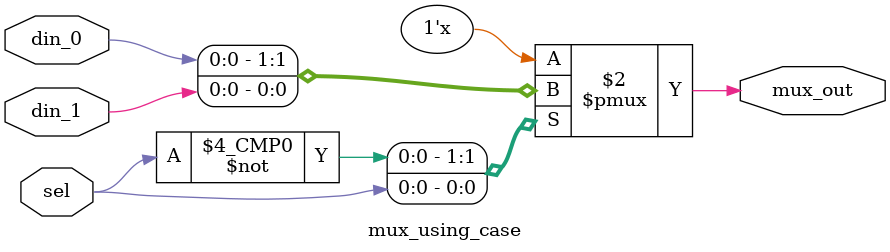
<source format=v>

module mux_using_case(
  din_0      , // Mux first input
  din_1      , // Mux second input
  sel        , // Select input
  mux_out    // Mux output
);
//-----------Input Ports---------------
input din_0, din_1, sel ;
//-----------Output Ports---------------
output mux_out;
//------------Internal Variables--------
reg mux_out ; // mux_out çıkışı bir register olarak tanımlanıyor

//-------------Code Starts Here---------
always @ (sel or din_0 or din_1) // sel, din_0 veya din_1 sinyallerinde bir değişiklik olduğunda çalışacak blok
begin : MUX // MUX bloğu, case yapısı ile seçim yapılacak

  // Case yapısı ile sel sinyaline göre din_0 veya din_1 seçilecek
  case(sel) 
    1'b0 : mux_out = din_0; // Eğer sel = 0 ise, mux_out = din_0 olarak atanır
    1'b1 : mux_out = din_1; // Eğer sel = 1 ise, mux_out = din_1 olarak atanır
  endcase 
end // End of MUX block

endmodule // End of module


</source>
